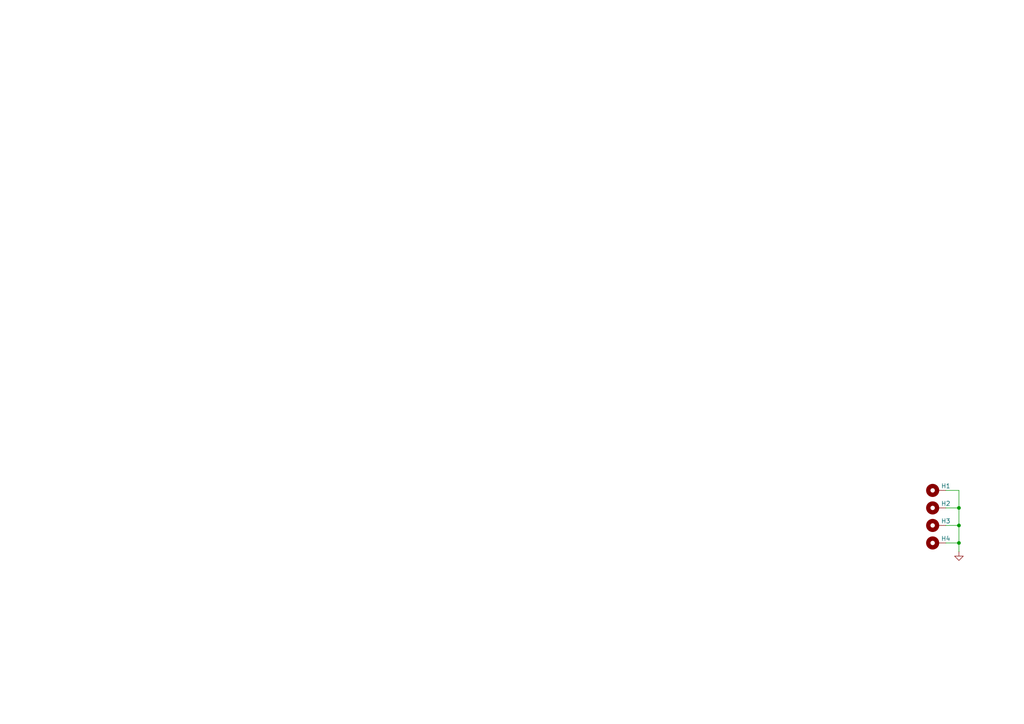
<source format=kicad_sch>
(kicad_sch (version 20250114) (generator "eeschema") (generator_version "9.0")
  (paper "A4")
  (lib_symbols
    (symbol "Mechanical:MountingHole_Pad" (pin_numbers (hide yes)) (pin_names (offset 1.016) (hide yes)) (exclude_from_sim yes) (in_bom no)
      (property "Reference" "H" (at 0 6.35 0))
      (property "Value" "MountingHole_Pad" (at 0 4.445 0))
      (symbol "MountingHole_Pad_0_1"
        (circle (center 0 1.27) (radius 1.27) (stroke (width 1.27)))
      )
      (symbol "MountingHole_Pad_1_1"
        (pin input line (at 0 -2.54 90) (length 2.54) (name "1") (number "1"))
      )
    )
    (symbol "power:GND" (power) (pin_numbers (hide yes)) (pin_names (offset 0) (hide yes))
      (property "Value" "GND" (at 0 -3.81 0))
      (symbol "GND_0_1"
        (polyline (pts (xy 0 0) (xy 0 -1.27) (xy 1.27 -1.27) (xy 0 -2.54) (xy -1.27 -1.27) (xy 0 -1.27)))
      )
      (symbol "GND_1_1"
        (pin power_in line (at 0 0 270) (length 0) (name "~") (number "1"))
      )
    )
  )
  (bus_alias "I2C" (members "SDA" "SCL"))
  (bus_alias "SPI" (members "MOSI" "MISO" "SCLK" "CS"))
  (bus_alias "USB" (members "D+" "D-"))
  (junction (at 278.13 157.48))
  (junction (at 278.13 147.32))
  (junction (at 278.13 152.4))
  (wire (pts (xy 278.13 147.32) (xy 278.13 152.4)))
  (wire (pts (xy 278.13 152.4) (xy 278.13 157.48)))
  (wire (pts (xy 274.32 142.24) (xy 278.13 142.24)))
  (wire (pts (xy 278.13 157.48) (xy 278.13 160.02)))
  (wire (pts (xy 278.13 142.24) (xy 278.13 147.32)))
  (wire (pts (xy 274.32 152.4) (xy 278.13 152.4)))
  (wire (pts (xy 274.32 147.32) (xy 278.13 147.32)))
  (wire (pts (xy 274.32 157.48) (xy 278.13 157.48)))
  (symbol (lib_id "Mechanical:MountingHole_Pad") (at 271.78 157.48 90) (unit 1) (exclude_from_sim yes) (in_bom no)
    (property "Reference" "H4" (at 274.32 156.21 90))
    (property "Value" "MountingHole_Pad" (effects (hide yes)))
    (property "Footprint" "MountingHole:MountingHole_3.2mm_M3_Pad_Via" (effects (hide yes)))
    (property "Description" "Mounting Hole with connection" (effects (hide yes)))
  )
  (symbol (lib_id "Mechanical:MountingHole_Pad") (at 271.78 147.32 90) (unit 1) (exclude_from_sim yes) (in_bom no)
    (property "Reference" "H2" (at 274.32 146.05 90))
    (property "Value" "MountingHole_Pad" (effects (hide yes)))
    (property "Footprint" "MountingHole:MountingHole_3.2mm_M3_Pad_Via" (effects (hide yes)))
    (property "Description" "Mounting Hole with connection" (effects (hide yes)))
  )
  (symbol (lib_id "Mechanical:MountingHole_Pad") (at 271.78 152.4 90) (unit 1) (exclude_from_sim yes) (in_bom no)
    (property "Reference" "H3" (at 274.32 151.13 90))
    (property "Value" "MountingHole_Pad" (effects (hide yes)))
    (property "Footprint" "MountingHole:MountingHole_3.2mm_M3_Pad_Via" (effects (hide yes)))
    (property "Description" "Mounting Hole with connection" (effects (hide yes)))
  )
  (symbol (lib_id "Mechanical:MountingHole_Pad") (at 271.78 142.24 90) (unit 1) (exclude_from_sim yes) (in_bom no)
    (property "Reference" "H1" (at 274.32 140.97 90))
    (property "Value" "MountingHole_Pad" (effects (hide yes)))
    (property "Footprint" "MountingHole:MountingHole_3.2mm_M3_Pad_Via" (effects (hide yes)))
    (property "Description" "Mounting Hole with connection" (effects (hide yes)))
  )
  (symbol (lib_id "power:GND") (at 278.13 160.02 0) (unit 1)
    (property "Reference" "#PWR01" (effects (hide yes)))
    (property "Value" "GND" (effects (hide yes)))
    (property "Description" "Power symbol creates a global label with name \"GND\" , ground" (effects (hide yes)))
  )
)
</source>
